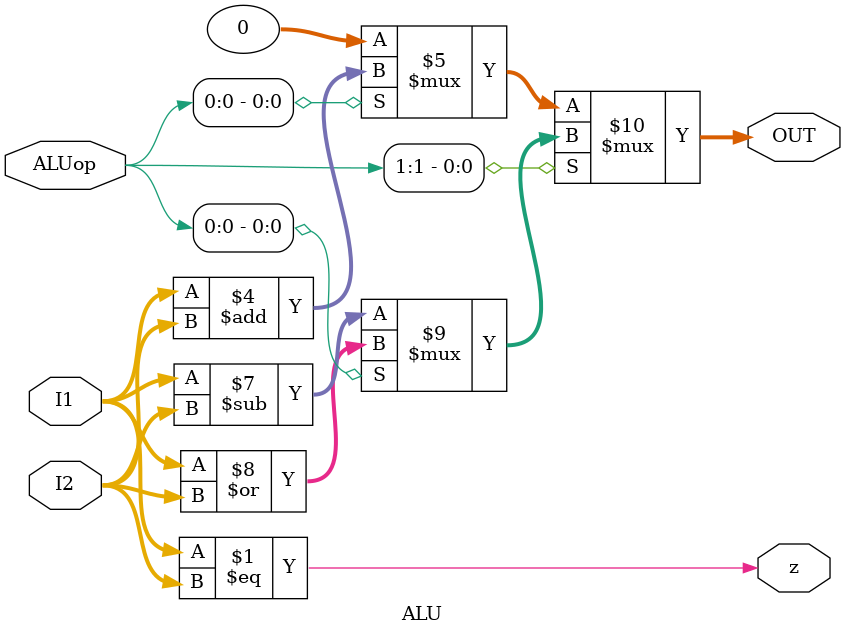
<source format=v>
`timescale 1ns / 1ps
module ALU(
    input [31:0]I1,
    input [31:0]I2,
    input [1:0]ALUop,
    output [31:0]OUT,
    output z
    );
	 
	 assign z = (I1 == I2);
	 assign OUT = (ALUop[1] == 0) ? (ALUop[0] == 0) ? 0 :I1 + I2  :
	                                (ALUop[0] == 0) ? I1 - I2 : (I1 | I2) ;

endmodule

</source>
